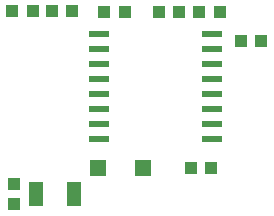
<source format=gtp>
G75*
%MOIN*%
%OFA0B0*%
%FSLAX25Y25*%
%IPPOS*%
%LPD*%
%AMOC8*
5,1,8,0,0,1.08239X$1,22.5*
%
%ADD10R,0.06657X0.02252*%
%ADD11R,0.05512X0.05512*%
%ADD12R,0.04331X0.03937*%
%ADD13R,0.03937X0.04331*%
%ADD14R,0.04724X0.07874*%
%ADD15R,0.03937X0.03937*%
D10*
X0114157Y0139901D03*
X0114157Y0144901D03*
X0114157Y0149901D03*
X0114157Y0154901D03*
X0114157Y0159901D03*
X0114157Y0164901D03*
X0114157Y0169901D03*
X0114157Y0174901D03*
X0151917Y0174901D03*
X0151720Y0169901D03*
X0151720Y0164901D03*
X0151720Y0159901D03*
X0151720Y0154901D03*
X0151720Y0149901D03*
X0151720Y0144901D03*
X0151720Y0139901D03*
D11*
X0128659Y0130346D03*
X0113698Y0130346D03*
D12*
X0144869Y0130317D03*
X0151562Y0130317D03*
X0161314Y0172803D03*
X0168007Y0172803D03*
X0122625Y0182525D03*
X0115932Y0182525D03*
D13*
X0085916Y0118257D03*
X0085916Y0124950D03*
X0085252Y0182665D03*
X0091945Y0182665D03*
X0134222Y0182533D03*
X0140915Y0182533D03*
D14*
X0105818Y0121701D03*
X0093219Y0121701D03*
D15*
X0098366Y0182665D03*
X0105271Y0182665D03*
X0147416Y0182533D03*
X0154321Y0182533D03*
M02*

</source>
